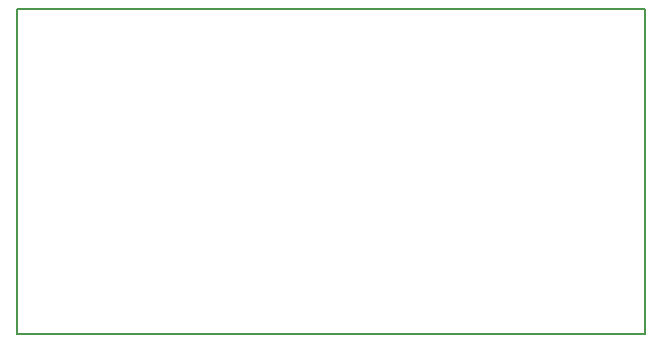
<source format=gbo>
G04 MADE WITH FRITZING*
G04 WWW.FRITZING.ORG*
G04 DOUBLE SIDED*
G04 HOLES PLATED*
G04 CONTOUR ON CENTER OF CONTOUR VECTOR*
%ASAXBY*%
%FSLAX23Y23*%
%MOIN*%
%OFA0B0*%
%SFA1.0B1.0*%
%ADD10R,2.100290X1.089860X2.084290X1.073860*%
%ADD11C,0.008000*%
%LNSILK0*%
G90*
G70*
G54D11*
X4Y1086D02*
X2096Y1086D01*
X2096Y4D01*
X4Y4D01*
X4Y1086D01*
D02*
G04 End of Silk0*
M02*
</source>
